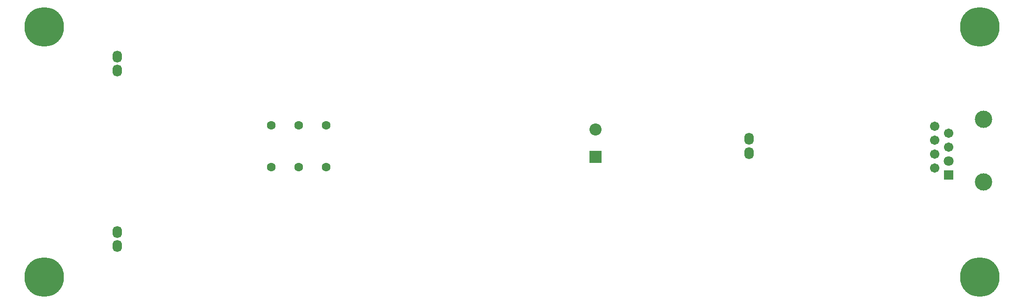
<source format=gbs>
%FSLAX24Y24*%
%MOIN*%
G70*
G01*
G75*
G04 Layer_Color=16711935*
%ADD10C,0.0354*%
%ADD11C,0.0551*%
%ADD12R,0.0787X0.0787*%
%ADD13C,0.0787*%
%ADD14O,0.0591X0.0787*%
%ADD15C,0.2756*%
%ADD16C,0.0591*%
%ADD17R,0.0591X0.0591*%
%ADD18C,0.0630*%
%ADD19C,0.1161*%
%ADD20C,0.0079*%
%ADD21C,0.0100*%
%ADD22C,0.0030*%
%ADD23C,0.0039*%
%ADD24C,0.0631*%
%ADD25R,0.0867X0.0867*%
%ADD26C,0.0867*%
%ADD27O,0.0671X0.0867*%
%ADD28C,0.2836*%
%ADD29C,0.0671*%
%ADD30R,0.0671X0.0671*%
%ADD31C,0.0710*%
%ADD32C,0.1241*%
D24*
X26033Y9876D02*
D03*
Y12876D02*
D03*
X24065D02*
D03*
Y9876D02*
D03*
X28002D02*
D03*
Y12876D02*
D03*
D25*
X47293Y10589D02*
D03*
D26*
Y12557D02*
D03*
D27*
X58307Y10874D02*
D03*
Y11898D02*
D03*
X13032Y16780D02*
D03*
Y17803D02*
D03*
Y5205D02*
D03*
Y4181D02*
D03*
D28*
X74852Y1967D02*
D03*
Y19920D02*
D03*
X7805D02*
D03*
Y1967D02*
D03*
D29*
X71593Y12803D02*
D03*
Y9803D02*
D03*
X72593Y12303D02*
D03*
X71593Y11803D02*
D03*
Y10803D02*
D03*
X72593Y11303D02*
D03*
D30*
Y9303D02*
D03*
D31*
Y10303D02*
D03*
D32*
X75093Y8803D02*
D03*
Y13303D02*
D03*
M02*

</source>
